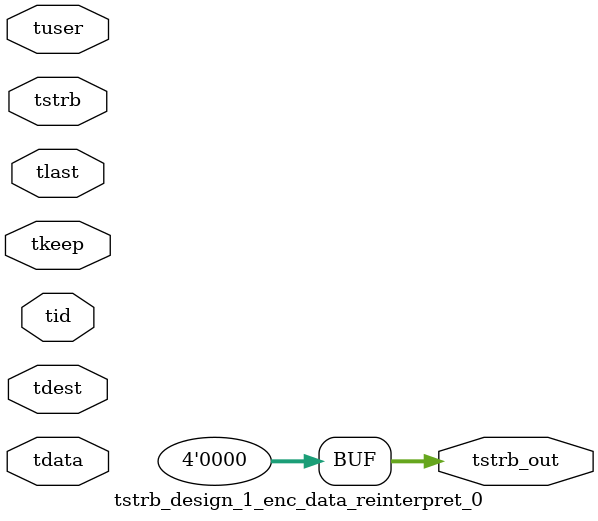
<source format=v>


`timescale 1ps/1ps

module tstrb_design_1_enc_data_reinterpret_0 #
(
parameter C_S_AXIS_TDATA_WIDTH = 32,
parameter C_S_AXIS_TUSER_WIDTH = 0,
parameter C_S_AXIS_TID_WIDTH   = 0,
parameter C_S_AXIS_TDEST_WIDTH = 0,
parameter C_M_AXIS_TDATA_WIDTH = 32
)
(
input  [(C_S_AXIS_TDATA_WIDTH == 0 ? 1 : C_S_AXIS_TDATA_WIDTH)-1:0     ] tdata,
input  [(C_S_AXIS_TUSER_WIDTH == 0 ? 1 : C_S_AXIS_TUSER_WIDTH)-1:0     ] tuser,
input  [(C_S_AXIS_TID_WIDTH   == 0 ? 1 : C_S_AXIS_TID_WIDTH)-1:0       ] tid,
input  [(C_S_AXIS_TDEST_WIDTH == 0 ? 1 : C_S_AXIS_TDEST_WIDTH)-1:0     ] tdest,
input  [(C_S_AXIS_TDATA_WIDTH/8)-1:0 ] tkeep,
input  [(C_S_AXIS_TDATA_WIDTH/8)-1:0 ] tstrb,
input                                                                    tlast,
output [(C_M_AXIS_TDATA_WIDTH/8)-1:0 ] tstrb_out
);

assign tstrb_out = {1'b0};

endmodule


</source>
